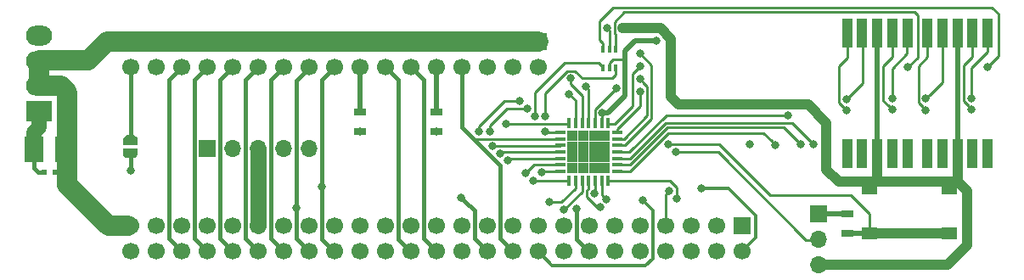
<source format=gbr>
G04 #@! TF.GenerationSoftware,KiCad,Pcbnew,(5.99.0-576-ga860ac506)*
G04 #@! TF.CreationDate,2021-04-05T12:44:30+02:00*
G04 #@! TF.ProjectId,50 pin to 34 pin Floppy Adapter,35302070-696e-4207-946f-203334207069,rev?*
G04 #@! TF.SameCoordinates,Original*
G04 #@! TF.FileFunction,Copper,L1,Top*
G04 #@! TF.FilePolarity,Positive*
%FSLAX46Y46*%
G04 Gerber Fmt 4.6, Leading zero omitted, Abs format (unit mm)*
G04 Created by KiCad (PCBNEW (5.99.0-576-ga860ac506)) date 2021-04-05 12:44:30*
%MOMM*%
%LPD*%
G04 APERTURE LIST*
%ADD10R,2.600000X2.000000*%
%ADD11O,2.600000X2.000000*%
%ADD12R,1.300000X0.700000*%
%ADD13R,0.400000X0.650000*%
%ADD14R,1.700000X1.700000*%
%ADD15C,1.700000*%
%ADD16R,1.950000X2.500000*%
%ADD17R,0.600000X0.500000*%
%ADD18O,1.700000X1.700000*%
%ADD19R,1.000000X3.000000*%
%ADD20R,1.550000X1.300000*%
%ADD21R,0.370000X1.000000*%
%ADD22R,1.000000X0.370000*%
%ADD23R,1.062500X1.062500*%
%ADD24C,0.800000*%
%ADD25C,0.250000*%
%ADD26C,0.400000*%
%ADD27C,2.000000*%
%ADD28C,0.350000*%
%ADD29C,0.500000*%
%ADD30C,1.000000*%
%ADD31C,1.500000*%
%ADD32C,1.600000*%
G04 APERTURE END LIST*
D10*
X23876000Y-30670500D03*
D11*
X23876000Y-28170500D03*
X23876000Y-25670500D03*
X23876000Y-23170500D03*
G04 #@! TA.AperFunction,SMDPad,CuDef*
G36*
X33753835Y-35036658D02*
G01*
X33693647Y-35166620D01*
X33599401Y-35274465D01*
X33478675Y-35351524D01*
X33341174Y-35391602D01*
X33269999Y-35390670D01*
X33269999Y-35391500D01*
X32841525Y-35391499D01*
X32841175Y-35391601D01*
X32833385Y-35391499D01*
X32770000Y-35391499D01*
X32770000Y-35390669D01*
X32685758Y-35389566D01*
X32549354Y-35345903D01*
X32430686Y-35265710D01*
X32339296Y-35155434D01*
X32282531Y-35023942D01*
X32264952Y-34881803D01*
X32270000Y-34850807D01*
X32270001Y-34391500D01*
X32701584Y-34391500D01*
X32704941Y-34390566D01*
X32776279Y-34391500D01*
X33201583Y-34391501D01*
X33204940Y-34390567D01*
X33276278Y-34391501D01*
X33770000Y-34391501D01*
X33770000Y-34857341D01*
X33775129Y-34895027D01*
X33753835Y-35036658D01*
G37*
G04 #@! TD.AperFunction*
G04 #@! TA.AperFunction,SMDPad,CuDef*
G36*
X33770000Y-33629141D02*
G01*
X33769999Y-34091500D01*
X33341524Y-34091500D01*
X33341174Y-34091602D01*
X33333384Y-34091500D01*
X32841525Y-34091499D01*
X32841175Y-34091601D01*
X32833385Y-34091499D01*
X32270000Y-34091499D01*
X32270000Y-33622619D01*
X32264952Y-33581803D01*
X32287974Y-33440442D01*
X32349746Y-33311225D01*
X32445303Y-33204540D01*
X32566961Y-33128961D01*
X32704941Y-33090566D01*
X32776279Y-33091500D01*
X33201583Y-33091501D01*
X33204940Y-33090567D01*
X33348151Y-33092442D01*
X33485079Y-33134436D01*
X33604717Y-33213173D01*
X33697447Y-33322323D01*
X33755815Y-33453113D01*
X33775129Y-33595027D01*
X33770000Y-33629141D01*
G37*
G04 #@! TD.AperFunction*
D12*
X63500000Y-32702500D03*
X63500000Y-30802500D03*
D13*
X80122000Y-26413500D03*
X81422000Y-26413500D03*
X80772000Y-24513500D03*
X80772000Y-26413500D03*
X81422000Y-24513500D03*
X80122000Y-24513500D03*
D14*
X93980000Y-42164000D03*
D15*
X93980000Y-44704000D03*
X91440000Y-42164000D03*
X91440000Y-44704000D03*
X88900000Y-42164000D03*
X88900000Y-44704000D03*
X86360000Y-42164000D03*
X86360000Y-44704000D03*
X83820000Y-42164000D03*
X83820000Y-44704000D03*
X81280000Y-42164000D03*
X81280000Y-44704000D03*
X78740000Y-42164000D03*
X78740000Y-44704000D03*
X76200000Y-42164000D03*
X76200000Y-44704000D03*
X73660000Y-42164000D03*
X73660000Y-44704000D03*
X71120000Y-42164000D03*
X71120000Y-44704000D03*
X68580000Y-42164000D03*
X68580000Y-44704000D03*
X66040000Y-42164000D03*
X66040000Y-44704000D03*
X63500000Y-42164000D03*
X63500000Y-44704000D03*
X60960000Y-42164000D03*
X60960000Y-44704000D03*
X58420000Y-42164000D03*
X58420000Y-44704000D03*
X55880000Y-42164000D03*
X55880000Y-44704000D03*
X53340000Y-42164000D03*
X53340000Y-44704000D03*
X50800000Y-42164000D03*
X50800000Y-44704000D03*
X48260000Y-42164000D03*
X48260000Y-44704000D03*
X45720000Y-42164000D03*
X45720000Y-44704000D03*
X43180000Y-42164000D03*
X43180000Y-44704000D03*
X40640000Y-42164000D03*
X40640000Y-44704000D03*
X38100000Y-42164000D03*
X38100000Y-44704000D03*
X35560000Y-42164000D03*
X35560000Y-44704000D03*
X33020000Y-42164000D03*
X33020000Y-44704000D03*
D16*
X23430500Y-34480500D03*
X26480500Y-34480500D03*
D17*
X24405500Y-36830000D03*
X25505500Y-36830000D03*
D14*
X40640000Y-34417000D03*
D18*
X43180000Y-34417000D03*
X45720000Y-34417000D03*
X48260000Y-34417000D03*
X50800000Y-34417000D03*
D12*
X55880000Y-32697500D03*
X55880000Y-30797500D03*
X104521000Y-42860000D03*
X104521000Y-40960000D03*
D19*
X112500000Y-34919500D03*
X114000000Y-34919500D03*
X115500000Y-34919500D03*
X117000000Y-34919500D03*
X118500000Y-34919500D03*
X118500000Y-22919500D03*
X117000000Y-22919500D03*
X115500000Y-22919500D03*
X114000000Y-22919500D03*
X112500000Y-22919500D03*
X104499000Y-34919500D03*
X105999000Y-34919500D03*
X107499000Y-34919500D03*
X108999000Y-34919500D03*
X110499000Y-34919500D03*
X110499000Y-22919500D03*
X108999000Y-22919500D03*
X107499000Y-22919500D03*
X105999000Y-22919500D03*
X104499000Y-22919500D03*
D20*
X114660500Y-38390000D03*
X114660500Y-42890000D03*
X106700500Y-42890000D03*
X106700500Y-38390000D03*
D21*
X76766750Y-37624750D03*
X77416750Y-37624750D03*
X78066750Y-37624750D03*
X78716750Y-37624750D03*
X79366750Y-37624750D03*
X80016750Y-37624750D03*
X80666750Y-37624750D03*
D22*
X81566750Y-36724750D03*
X81566750Y-36074750D03*
X81566750Y-35424750D03*
X81566750Y-34774750D03*
X81566750Y-34124750D03*
X81566750Y-33474750D03*
X81566750Y-32824750D03*
D21*
X80666750Y-31924750D03*
X80016750Y-31924750D03*
X79366750Y-31924750D03*
X78716750Y-31924750D03*
X78066750Y-31924750D03*
X77416750Y-31924750D03*
X76766750Y-31924750D03*
D22*
X75866750Y-32824750D03*
X75866750Y-33474750D03*
X75866750Y-34124750D03*
X75866750Y-34774750D03*
X75866750Y-35424750D03*
X75866750Y-36074750D03*
X75866750Y-36724750D03*
D23*
X80310500Y-33181000D03*
X79248000Y-33181000D03*
X78185500Y-33181000D03*
X77123000Y-33181000D03*
X80310500Y-34243500D03*
X79248000Y-34243500D03*
X78185500Y-34243500D03*
X77123000Y-34243500D03*
X80310500Y-35306000D03*
X79248000Y-35306000D03*
X78185500Y-35306000D03*
X77123000Y-35306000D03*
X80310500Y-36368500D03*
X79248000Y-36368500D03*
X78185500Y-36368500D03*
X77123000Y-36368500D03*
D15*
X33020000Y-26290000D03*
X33020000Y-23750000D03*
X35560000Y-26290000D03*
X35560000Y-23750000D03*
X38100000Y-26290000D03*
X38100000Y-23750000D03*
X40640000Y-26290000D03*
X40640000Y-23750000D03*
X43180000Y-26290000D03*
X43180000Y-23750000D03*
X45720000Y-26290000D03*
X45720000Y-23750000D03*
X48260000Y-26290000D03*
X48260000Y-23750000D03*
X50800000Y-26290000D03*
X50800000Y-23750000D03*
X53340000Y-26290000D03*
X53340000Y-23750000D03*
X55880000Y-26290000D03*
X55880000Y-23750000D03*
X58420000Y-26290000D03*
X58420000Y-23750000D03*
X60960000Y-26290000D03*
X60960000Y-23750000D03*
X63500000Y-26290000D03*
X63500000Y-23750000D03*
X66040000Y-26290000D03*
X66040000Y-23750000D03*
X68580000Y-26290000D03*
X68580000Y-23750000D03*
X71120000Y-26290000D03*
X71120000Y-23750000D03*
X73660000Y-26290000D03*
D14*
X73660000Y-23750000D03*
D18*
X101663500Y-46037500D03*
X101663500Y-43497500D03*
D14*
X101663500Y-40957500D03*
D24*
X87506346Y-39430154D03*
X74358500Y-31205010D03*
X73351870Y-31205010D03*
X72626860Y-30480000D03*
X101155500Y-34036000D03*
X99885500Y-34036000D03*
X70485000Y-31940500D03*
X65976500Y-39306500D03*
X74803000Y-39787990D03*
X116903500Y-30543500D03*
X116903500Y-29400500D03*
X112331500Y-30607000D03*
X112337986Y-29464000D03*
X108966000Y-29427590D03*
X108966000Y-30543500D03*
X104425500Y-30607000D03*
X104425462Y-29527500D03*
X74041000Y-36799750D03*
X69088000Y-34189510D03*
X70612000Y-35623500D03*
X69850000Y-34925000D03*
X74358500Y-32702500D03*
X71818500Y-29718000D03*
X73215500Y-37655500D03*
X72453500Y-36893500D03*
X68897500Y-32702500D03*
X67754500Y-32702500D03*
X89916000Y-38417500D03*
X49530000Y-40360510D03*
X76769755Y-28982500D03*
X63500000Y-32702500D03*
X55880000Y-32702500D03*
X76898500Y-27432000D03*
X78422500Y-28257500D03*
X81474998Y-28443177D03*
X90297000Y-30035500D03*
X98597376Y-31135510D03*
X52070000Y-38200490D03*
X79284990Y-38940149D03*
X87439500Y-34798000D03*
X86614000Y-34036000D03*
X84103709Y-39623680D03*
X86781345Y-38685335D03*
X80454500Y-39497000D03*
X79863431Y-40303636D03*
X76263500Y-40513000D03*
X80518000Y-22415500D03*
X80091760Y-30897405D03*
X118484502Y-26278000D03*
X110534002Y-26341500D03*
X104514500Y-34952000D03*
X105975000Y-34952000D03*
X109023000Y-34952000D03*
X110483500Y-34952000D03*
X113976000Y-34888500D03*
X112579000Y-34888500D03*
X117024000Y-34888500D03*
X118484500Y-34888500D03*
X83820000Y-28765500D03*
X83820000Y-27495500D03*
X83820000Y-26225500D03*
X83820000Y-24955500D03*
X97345500Y-34099500D03*
X82105500Y-22415500D03*
X94805500Y-34036000D03*
X77470000Y-40449500D03*
X85471000Y-23685500D03*
X33020000Y-36639500D03*
D25*
X87506346Y-38337334D02*
X87506346Y-38864469D01*
X86793762Y-37624750D02*
X87506346Y-38337334D01*
X87506346Y-38864469D02*
X87506346Y-39430154D01*
X80666750Y-37624750D02*
X86793762Y-37624750D01*
X74358500Y-30639325D02*
X74358500Y-31205010D01*
X77379999Y-26706999D02*
X76550499Y-26706999D01*
X81422000Y-27036000D02*
X81026000Y-27432000D01*
X73351870Y-28819630D02*
X73351870Y-30639325D01*
X76333000Y-25838500D02*
X73351870Y-28819630D01*
X80122000Y-26413500D02*
X80122000Y-26288500D01*
X80122000Y-26288500D02*
X79672000Y-25838500D01*
X81422000Y-26413500D02*
X81422000Y-27036000D01*
X73351870Y-30639325D02*
X73351870Y-31205010D01*
X79672000Y-25838500D02*
X76333000Y-25838500D01*
X76550499Y-26706999D02*
X74358500Y-28898998D01*
X74358500Y-28898998D02*
X74358500Y-30639325D01*
X78105000Y-27432000D02*
X77379999Y-26706999D01*
X81026000Y-27432000D02*
X78105000Y-27432000D01*
X70554315Y-30480000D02*
X72061175Y-30480000D01*
X68897500Y-32702500D02*
X68897500Y-32136815D01*
X72061175Y-30480000D02*
X72626860Y-30480000D01*
X68897500Y-32136815D02*
X70554315Y-30480000D01*
X86388988Y-31860512D02*
X98980012Y-31860512D01*
X81566750Y-35433000D02*
X82816500Y-35433000D01*
X82816500Y-35433000D02*
X86388988Y-31860512D01*
X100755501Y-33636001D02*
X101155500Y-34036000D01*
X98980012Y-31860512D02*
X100755501Y-33636001D01*
X86556455Y-32348000D02*
X98197500Y-32348000D01*
X81566750Y-36068000D02*
X82836455Y-36068000D01*
X99485501Y-33636001D02*
X99885500Y-34036000D01*
X98197500Y-32348000D02*
X99485501Y-33636001D01*
X82836455Y-36068000D02*
X86556455Y-32348000D01*
X81566750Y-32479250D02*
X83820000Y-30226000D01*
X81566750Y-32829500D02*
X81566750Y-32479250D01*
X83820000Y-30226000D02*
X83820000Y-29331185D01*
X83820000Y-29331185D02*
X83820000Y-28765500D01*
X82359500Y-34099500D02*
X84995011Y-31463989D01*
X81566750Y-34099500D02*
X82359500Y-34099500D01*
X84995011Y-26130511D02*
X83820000Y-24955500D01*
X84995011Y-31463989D02*
X84995011Y-26130511D01*
X82232500Y-33464500D02*
X84545000Y-31152000D01*
X81566750Y-33464500D02*
X82232500Y-33464500D01*
X84545000Y-31152000D02*
X84545000Y-28220500D01*
X84545000Y-28220500D02*
X84219999Y-27895499D01*
X84219999Y-27895499D02*
X83820000Y-27495500D01*
X81280000Y-31940500D02*
X83058000Y-30162500D01*
X83058000Y-26987500D02*
X83820000Y-26225500D01*
X80666750Y-31940500D02*
X81280000Y-31940500D01*
X83058000Y-30162500D02*
X83058000Y-26987500D01*
X100393500Y-43561000D02*
X91630500Y-34798000D01*
X91630500Y-34798000D02*
X88005185Y-34798000D01*
X101663500Y-43561000D02*
X100393500Y-43561000D01*
X88005185Y-34798000D02*
X87439500Y-34798000D01*
X67754500Y-32258000D02*
X70294500Y-29718000D01*
X70294500Y-29718000D02*
X71818500Y-29718000D01*
X67754500Y-32702500D02*
X67754500Y-32258000D01*
X76751000Y-31940500D02*
X71050685Y-31940500D01*
X76766750Y-31924750D02*
X76751000Y-31940500D01*
X71050685Y-31940500D02*
X70485000Y-31940500D01*
D26*
X67310000Y-40640000D02*
X66376499Y-39706499D01*
X67310000Y-43434000D02*
X67310000Y-40640000D01*
X66376499Y-39706499D02*
X65976500Y-39306500D01*
X68580000Y-44704000D02*
X67310000Y-43434000D01*
D25*
X75368685Y-39787990D02*
X74803000Y-39787990D01*
X76003510Y-39787990D02*
X75368685Y-39787990D01*
X77416750Y-38374750D02*
X76003510Y-39787990D01*
X77416750Y-37624750D02*
X77416750Y-38374750D01*
D27*
X26098500Y-28194000D02*
X23876000Y-28194000D01*
X26733500Y-28829000D02*
X26098500Y-28194000D01*
X26733500Y-38036500D02*
X26733500Y-28829000D01*
X28829000Y-25654000D02*
X30733000Y-23750000D01*
X32829500Y-42164000D02*
X30861000Y-42164000D01*
X30733000Y-23750000D02*
X33020000Y-23750000D01*
X30861000Y-42164000D02*
X26733500Y-38036500D01*
X23876000Y-28194000D02*
X23876000Y-25654000D01*
X23876000Y-25654000D02*
X28829000Y-25654000D01*
D25*
X116998500Y-25262000D02*
X116084509Y-26175991D01*
X116084509Y-29724509D02*
X116503501Y-30143501D01*
X116503501Y-30143501D02*
X116903500Y-30543500D01*
X116084509Y-26175991D02*
X116084509Y-29724509D01*
X116998500Y-22912500D02*
X116998500Y-25262000D01*
X118522500Y-22912500D02*
X118522500Y-24754000D01*
X118522500Y-24754000D02*
X116903500Y-26373000D01*
X116903500Y-28834815D02*
X116903500Y-29400500D01*
X116903500Y-26373000D02*
X116903500Y-28834815D01*
X112490000Y-22976000D02*
X112490000Y-25305000D01*
X111931501Y-30207001D02*
X112331500Y-30607000D01*
X112490000Y-25305000D02*
X111612985Y-26182015D01*
X111612985Y-29888485D02*
X111931501Y-30207001D01*
X111612985Y-26182015D02*
X111612985Y-29888485D01*
X114014000Y-27787986D02*
X112737985Y-29064001D01*
X114014000Y-22976000D02*
X114014000Y-27787986D01*
X112737985Y-29064001D02*
X112337986Y-29464000D01*
X104499000Y-25358500D02*
X103663500Y-26194000D01*
X104499000Y-22919500D02*
X104499000Y-25358500D01*
X103663500Y-29845000D02*
X104025501Y-30207001D01*
X103663500Y-26194000D02*
X103663500Y-29845000D01*
X104025501Y-30207001D02*
X104425500Y-30607000D01*
X108966000Y-26436500D02*
X108966000Y-28861905D01*
X108966000Y-28861905D02*
X108966000Y-29427590D01*
X110458000Y-24944500D02*
X108966000Y-26436500D01*
X110458000Y-22912500D02*
X110458000Y-24944500D01*
X108566001Y-30143501D02*
X108966000Y-30543500D01*
X108081998Y-29659498D02*
X108566001Y-30143501D01*
X108997500Y-22912500D02*
X108997500Y-25325500D01*
X108081998Y-26241002D02*
X108081998Y-29659498D01*
X108997500Y-25325500D02*
X108081998Y-26241002D01*
X106013000Y-27939962D02*
X104825461Y-29127501D01*
X106013000Y-22976000D02*
X106013000Y-27939962D01*
X104825461Y-29127501D02*
X104425462Y-29527500D01*
X75866750Y-36724750D02*
X74116000Y-36724750D01*
X74116000Y-36724750D02*
X74041000Y-36799750D01*
X75776740Y-34189510D02*
X69653685Y-34189510D01*
D26*
X71120000Y-44704000D02*
X69850000Y-43434000D01*
D25*
X75866750Y-34099500D02*
X75776740Y-34189510D01*
D26*
X66040000Y-32325512D02*
X66040000Y-26289000D01*
D25*
X69653685Y-34189510D02*
X69088000Y-34189510D01*
D26*
X69850000Y-36135512D02*
X66040000Y-32325512D01*
D25*
X71818500Y-33464500D02*
X75866750Y-33464500D01*
X67246500Y-33464500D02*
X71818500Y-33464500D01*
D26*
X69850000Y-43434000D02*
X69850000Y-36135512D01*
D25*
X67244493Y-33466507D02*
X67246500Y-33464500D01*
X75866750Y-35433000D02*
X70802500Y-35433000D01*
X70802500Y-35433000D02*
X70612000Y-35623500D01*
X75882500Y-34798000D02*
X69977000Y-34798000D01*
X69977000Y-34798000D02*
X69850000Y-34925000D01*
X75866750Y-32824750D02*
X74480750Y-32824750D01*
X74480750Y-32824750D02*
X74358500Y-32702500D01*
X73246250Y-37624750D02*
X73215500Y-37655500D01*
X76766750Y-37624750D02*
X73246250Y-37624750D01*
X73272250Y-36074750D02*
X72453500Y-36893500D01*
X75866750Y-36074750D02*
X73272250Y-36074750D01*
D28*
X95377000Y-43307000D02*
X95377000Y-41148000D01*
X93980000Y-44704000D02*
X95377000Y-43307000D01*
X95377000Y-41148000D02*
X92646500Y-38417500D01*
X92646500Y-38417500D02*
X90481685Y-38417500D01*
X90481685Y-38417500D02*
X89916000Y-38417500D01*
D26*
X49530000Y-27622500D02*
X49530000Y-39794825D01*
X49530000Y-43434000D02*
X49530000Y-40360510D01*
X49530000Y-39794825D02*
X49530000Y-40360510D01*
X50800000Y-44704000D02*
X49530000Y-43434000D01*
X50800000Y-26352500D02*
X49530000Y-27622500D01*
D25*
X77416750Y-31924750D02*
X77416750Y-29629495D01*
X77416750Y-29629495D02*
X76769755Y-28982500D01*
D29*
X63500000Y-27492081D02*
X63500000Y-30797500D01*
X63500000Y-26290000D02*
X63500000Y-27492081D01*
X55880000Y-26290000D02*
X55880000Y-27492081D01*
X55880000Y-27492081D02*
X55880000Y-30797500D01*
D25*
X78066750Y-29165935D02*
X76898500Y-27997685D01*
X78066750Y-31924750D02*
X78066750Y-29165935D01*
X76898500Y-27997685D02*
X76898500Y-27432000D01*
X78716750Y-31924750D02*
X78716750Y-28551750D01*
X78716750Y-28551750D02*
X78422500Y-28257500D01*
X80772000Y-24511000D02*
X80772000Y-22669500D01*
X80772000Y-22669500D02*
X80518000Y-22415500D01*
X79366750Y-31924750D02*
X79366750Y-30551425D01*
X79366750Y-30551425D02*
X81474998Y-28443177D01*
D30*
X87693500Y-30035500D02*
X100584000Y-30035500D01*
X86931500Y-29273500D02*
X87693500Y-30035500D01*
X102425500Y-31877000D02*
X102425500Y-36512500D01*
X86931500Y-23495000D02*
X86931500Y-29273500D01*
X103632000Y-37719000D02*
X108548500Y-37719000D01*
X82105500Y-22415500D02*
X85852000Y-22415500D01*
X85852000Y-22415500D02*
X86931500Y-23495000D01*
X100584000Y-30035500D02*
X102425500Y-31877000D01*
X102425500Y-36512500D02*
X103632000Y-37719000D01*
D25*
X82801500Y-34798000D02*
X86463990Y-31135510D01*
X86463990Y-31135510D02*
X98031691Y-31135510D01*
X81566750Y-34798000D02*
X82801500Y-34798000D01*
X98031691Y-31135510D02*
X98597376Y-31135510D01*
D26*
X52070000Y-39687500D02*
X52070000Y-38200490D01*
D25*
X82359500Y-25527000D02*
X81121250Y-25527000D01*
X80772000Y-25876250D02*
X80772000Y-26416000D01*
X82359500Y-25781000D02*
X82359500Y-25527000D01*
X81121250Y-25527000D02*
X80772000Y-25876250D01*
X78716746Y-38447252D02*
X78516761Y-38647237D01*
X78516761Y-39273761D02*
X79546636Y-40303636D01*
X78716746Y-37655500D02*
X78716746Y-38447252D01*
X78516761Y-38647237D02*
X78516761Y-39273761D01*
X79546636Y-40303636D02*
X79863431Y-40303636D01*
X79375000Y-37592000D02*
X79375000Y-38850139D01*
X79375000Y-38850139D02*
X79284990Y-38940149D01*
X80010000Y-37655500D02*
X80010000Y-39052500D01*
X80010000Y-39052500D02*
X80454500Y-39497000D01*
X91757500Y-34036000D02*
X86614000Y-34036000D01*
X96837500Y-39116000D02*
X91757500Y-34036000D01*
X104838500Y-39116000D02*
X96837500Y-39116000D01*
X106700500Y-40978000D02*
X104838500Y-39116000D01*
X106700500Y-42890000D02*
X106700500Y-40978000D01*
D28*
X85090000Y-40609971D02*
X84503708Y-40023679D01*
X85090000Y-45402500D02*
X85090000Y-40609971D01*
X73660000Y-44704000D02*
X75057000Y-46101000D01*
X75057000Y-46101000D02*
X84391500Y-46101000D01*
X84503708Y-40023679D02*
X84103709Y-39623680D01*
X84391500Y-46101000D02*
X85090000Y-45402500D01*
D25*
X86360000Y-39106680D02*
X86781345Y-38685335D01*
X86360000Y-42164000D02*
X86360000Y-39106680D01*
X96945501Y-33699501D02*
X97345500Y-34099500D01*
X86640501Y-32929999D02*
X96175999Y-32929999D01*
X81566750Y-36703000D02*
X82867500Y-36703000D01*
X96175999Y-32929999D02*
X96945501Y-33699501D01*
X82867500Y-36703000D02*
X86640501Y-32929999D01*
D26*
X62230000Y-43434000D02*
X62230000Y-39052500D01*
X62230000Y-39052500D02*
X62230000Y-27559000D01*
D25*
X78066750Y-37624750D02*
X78066750Y-38709750D01*
X78066750Y-38709750D02*
X76263500Y-40513000D01*
D29*
X82359500Y-28257500D02*
X82359500Y-25781000D01*
X82359500Y-25781000D02*
X82359500Y-24701500D01*
D25*
X79756000Y-23572500D02*
X79756000Y-21717000D01*
X119602000Y-21007500D02*
X119602000Y-25160502D01*
X80122000Y-24513500D02*
X80122000Y-23938500D01*
X81122990Y-20350010D02*
X118944510Y-20350010D01*
X118944510Y-20350010D02*
X119602000Y-21007500D01*
X79756000Y-21717000D02*
X81122990Y-20350010D01*
X80122000Y-23938500D02*
X79756000Y-23572500D01*
X119602000Y-25160502D02*
X118884501Y-25878001D01*
X118884501Y-25878001D02*
X118484502Y-26278000D01*
X81280000Y-21780500D02*
X82232500Y-20828000D01*
X81280000Y-22923500D02*
X81280000Y-21780500D01*
X81407000Y-24511000D02*
X81407000Y-23050500D01*
X82232500Y-20828000D02*
X111231000Y-20828000D01*
X81407000Y-23050500D02*
X81280000Y-22923500D01*
X111231000Y-20828000D02*
X111537500Y-21134500D01*
X111537500Y-21134500D02*
X111537500Y-25338002D01*
X111537500Y-25338002D02*
X110534002Y-26341500D01*
X80016750Y-31924750D02*
X80016750Y-30972415D01*
D29*
X82359500Y-28257500D02*
X82359500Y-29195350D01*
X80657445Y-30897405D02*
X80091760Y-30897405D01*
D25*
X80016750Y-30972415D02*
X80091760Y-30897405D01*
D29*
X82359500Y-29195350D02*
X80657445Y-30897405D01*
D25*
X104489000Y-22912500D02*
X104425500Y-22976000D01*
D29*
X115500000Y-22919500D02*
X115500000Y-34825000D01*
X115500000Y-34825000D02*
X115436500Y-34888500D01*
X107499000Y-22919500D02*
X107499000Y-34952000D01*
X107499000Y-34952000D02*
X107473500Y-34977500D01*
D27*
X34222081Y-23750000D02*
X34223081Y-23749000D01*
X33020000Y-23750000D02*
X34222081Y-23750000D01*
X34223081Y-23749000D02*
X38100000Y-23749000D01*
X38100000Y-23749000D02*
X40640000Y-23749000D01*
X40640000Y-23749000D02*
X43180000Y-23749000D01*
X43180000Y-23749000D02*
X45720000Y-23749000D01*
X45720000Y-23749000D02*
X48260000Y-23749000D01*
X48260000Y-23749000D02*
X50800000Y-23749000D01*
X50800000Y-23749000D02*
X53340000Y-23749000D01*
X53340000Y-23749000D02*
X55880000Y-23749000D01*
X55880000Y-23749000D02*
X58420000Y-23749000D01*
X58420000Y-23749000D02*
X60960000Y-23749000D01*
X60960000Y-23749000D02*
X63500000Y-23749000D01*
X63500000Y-23749000D02*
X66040000Y-23749000D01*
X66040000Y-23749000D02*
X68580000Y-23749000D01*
X68580000Y-23749000D02*
X71120000Y-23749000D01*
X71120000Y-23749000D02*
X73660000Y-23749000D01*
D30*
X108548500Y-37719000D02*
X115506500Y-37719000D01*
D25*
X115500000Y-37712500D02*
X115506500Y-37719000D01*
D30*
X115500000Y-34919500D02*
X115500000Y-37712500D01*
D26*
X60960000Y-44767500D02*
X59690000Y-43497500D01*
X59690000Y-27559000D02*
X58420000Y-26289000D01*
X59690000Y-43497500D02*
X59690000Y-27559000D01*
X23812500Y-36830000D02*
X24384000Y-36830000D01*
X23368000Y-36385500D02*
X23812500Y-36830000D01*
X23368000Y-34417000D02*
X23368000Y-36385500D01*
D31*
X23368000Y-32829500D02*
X23368000Y-34417000D01*
X23876000Y-30734000D02*
X23876000Y-32321500D01*
X23876000Y-32321500D02*
X23368000Y-32829500D01*
D26*
X36830000Y-27559000D02*
X38100000Y-26289000D01*
X38100000Y-44704000D02*
X36830000Y-43434000D01*
X36830000Y-43434000D02*
X36830000Y-27559000D01*
X39370000Y-27559000D02*
X40640000Y-26289000D01*
X40640000Y-44704000D02*
X39370000Y-43434000D01*
X39370000Y-43434000D02*
X39370000Y-27559000D01*
X41910000Y-43434000D02*
X43180000Y-44704000D01*
X43180000Y-26290000D02*
X41910000Y-27560000D01*
X41910000Y-27560000D02*
X41910000Y-43434000D01*
X44450000Y-27559000D02*
X45720000Y-26289000D01*
X45720000Y-44704000D02*
X44450000Y-43434000D01*
X44450000Y-43434000D02*
X44450000Y-27559000D01*
X46990000Y-27559000D02*
X48260000Y-26289000D01*
X48260000Y-44704000D02*
X46990000Y-43434000D01*
X46990000Y-43434000D02*
X46990000Y-27559000D01*
X52070000Y-43497500D02*
X53340000Y-44767500D01*
D25*
X53340000Y-26290000D02*
X53341000Y-26290000D01*
D26*
X53341000Y-26290000D02*
X52070000Y-27561000D01*
D25*
X82333500Y-28283500D02*
X82359500Y-28257500D01*
D26*
X52070000Y-39687500D02*
X52070000Y-43497500D01*
X52070000Y-27561000D02*
X52070000Y-39687500D01*
D30*
X107499000Y-37719000D02*
X108548500Y-37719000D01*
X107499000Y-34919500D02*
X107499000Y-37719000D01*
D29*
X101663500Y-40957500D02*
X104584500Y-40957500D01*
X104521000Y-42860000D02*
X106741000Y-42860000D01*
D25*
X106741000Y-42860000D02*
X106743500Y-42862500D01*
D30*
X106700500Y-42890000D02*
X114645000Y-42890000D01*
X114645000Y-42890000D02*
X114681000Y-42926000D01*
X116459000Y-38671500D02*
X115506500Y-37719000D01*
X116459000Y-44069000D02*
X116459000Y-38671500D01*
X101663500Y-46037500D02*
X114490500Y-46037500D01*
X114490500Y-46037500D02*
X116459000Y-44069000D01*
D26*
X62230000Y-27559000D02*
X60960000Y-26289000D01*
X63500000Y-44704000D02*
X62230000Y-43434000D01*
X77470000Y-43497500D02*
X77470000Y-41015185D01*
X78740000Y-44767500D02*
X77470000Y-43497500D01*
X77470000Y-41015185D02*
X77470000Y-40449500D01*
D32*
X45720000Y-40961919D02*
X45720000Y-34417000D01*
X45720000Y-42164000D02*
X45720000Y-40961919D01*
D29*
X82359500Y-24701500D02*
X83375500Y-23685500D01*
X83375500Y-23685500D02*
X84905315Y-23685500D01*
X84905315Y-23685500D02*
X85471000Y-23685500D01*
D26*
X33020000Y-26289000D02*
X33020000Y-33591500D01*
X33020000Y-36073815D02*
X33020000Y-36639500D01*
X33020000Y-34861500D02*
X33020000Y-36073815D01*
M02*

</source>
